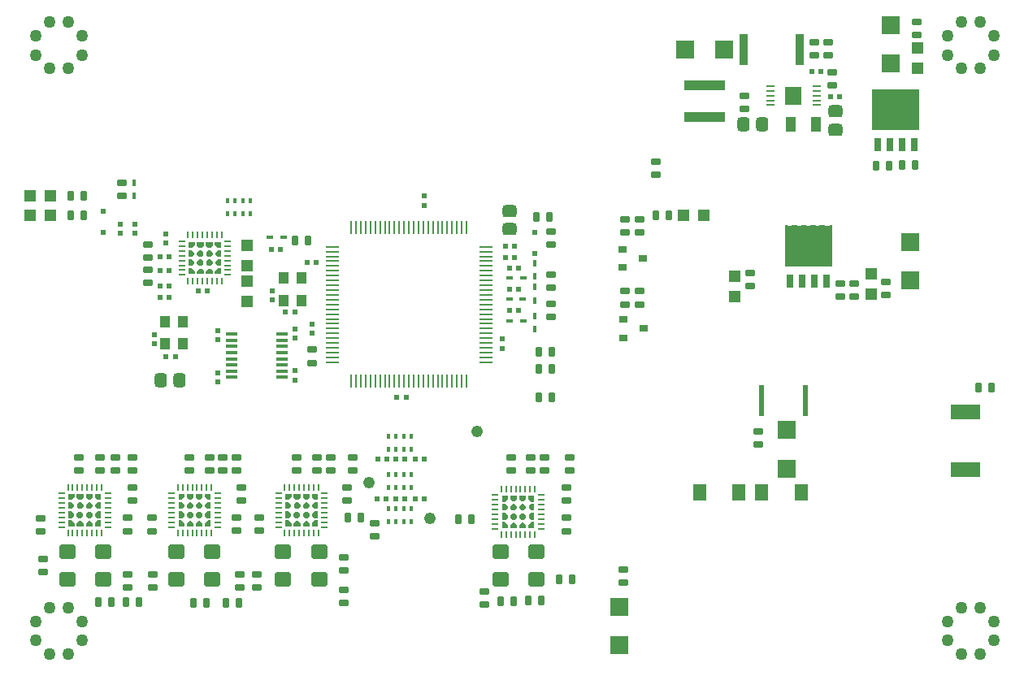
<source format=gtp>
%FSLAX24Y24*%
%MOIN*%
G70*
G01*
G75*
G04 Layer_Color=8421504*
%ADD10C,0.0650*%
%ADD11R,0.0600X0.0120*%
%ADD12R,0.0120X0.0600*%
G04:AMPARAMS|DCode=13|XSize=11mil|YSize=31.5mil|CornerRadius=4.4mil|HoleSize=0mil|Usage=FLASHONLY|Rotation=180.000|XOffset=0mil|YOffset=0mil|HoleType=Round|Shape=RoundedRectangle|*
%AMROUNDEDRECTD13*
21,1,0.0110,0.0227,0,0,180.0*
21,1,0.0022,0.0315,0,0,180.0*
1,1,0.0088,-0.0011,0.0113*
1,1,0.0088,0.0011,0.0113*
1,1,0.0088,0.0011,-0.0113*
1,1,0.0088,-0.0011,-0.0113*
%
%ADD13ROUNDEDRECTD13*%
G04:AMPARAMS|DCode=14|XSize=11mil|YSize=31.5mil|CornerRadius=4.4mil|HoleSize=0mil|Usage=FLASHONLY|Rotation=270.000|XOffset=0mil|YOffset=0mil|HoleType=Round|Shape=RoundedRectangle|*
%AMROUNDEDRECTD14*
21,1,0.0110,0.0227,0,0,270.0*
21,1,0.0022,0.0315,0,0,270.0*
1,1,0.0088,-0.0113,-0.0011*
1,1,0.0088,-0.0113,0.0011*
1,1,0.0088,0.0113,0.0011*
1,1,0.0088,0.0113,-0.0011*
%
%ADD14ROUNDEDRECTD14*%
%ADD15R,0.1370X0.1370*%
%ADD16R,0.1370X0.1370*%
%ADD17R,0.0236X0.1319*%
G04:AMPARAMS|DCode=18|XSize=40mil|YSize=40mil|CornerRadius=20mil|HoleSize=0mil|Usage=FLASHONLY|Rotation=0.000|XOffset=0mil|YOffset=0mil|HoleType=Round|Shape=RoundedRectangle|*
%AMROUNDEDRECTD18*
21,1,0.0400,0.0000,0,0,0.0*
21,1,0.0000,0.0400,0,0,0.0*
1,1,0.0400,0.0000,0.0000*
1,1,0.0400,0.0000,0.0000*
1,1,0.0400,0.0000,0.0000*
1,1,0.0400,0.0000,0.0000*
%
%ADD18ROUNDEDRECTD18*%
%ADD19R,0.0480X0.0480*%
%ADD20R,0.0480X0.0480*%
%ADD21R,0.0420X0.0520*%
%ADD22R,0.0354X0.1299*%
%ADD23R,0.0240X0.0240*%
%ADD24R,0.1260X0.0630*%
%ADD25R,0.0402X0.0118*%
%ADD26R,0.0681X0.0748*%
%ADD27R,0.0360X0.0320*%
%ADD28R,0.1970X0.1700*%
%ADD29R,0.0280X0.0560*%
%ADD30R,0.0280X0.0200*%
%ADD31R,0.0200X0.0280*%
%ADD32R,0.0790X0.0790*%
%ADD33R,0.0790X0.0790*%
%ADD34R,0.0500X0.0150*%
G04:AMPARAMS|DCode=35|XSize=63mil|YSize=71mil|CornerRadius=15.8mil|HoleSize=0mil|Usage=FLASHONLY|Rotation=270.000|XOffset=0mil|YOffset=0mil|HoleType=Round|Shape=RoundedRectangle|*
%AMROUNDEDRECTD35*
21,1,0.0630,0.0395,0,0,270.0*
21,1,0.0315,0.0710,0,0,270.0*
1,1,0.0315,-0.0198,-0.0158*
1,1,0.0315,-0.0198,0.0158*
1,1,0.0315,0.0198,0.0158*
1,1,0.0315,0.0198,-0.0158*
%
%ADD35ROUNDEDRECTD35*%
G04:AMPARAMS|DCode=36|XSize=29.1mil|YSize=39.4mil|CornerRadius=5.8mil|HoleSize=0mil|Usage=FLASHONLY|Rotation=90.000|XOffset=0mil|YOffset=0mil|HoleType=Round|Shape=RoundedRectangle|*
%AMROUNDEDRECTD36*
21,1,0.0291,0.0277,0,0,90.0*
21,1,0.0175,0.0394,0,0,90.0*
1,1,0.0117,0.0139,0.0087*
1,1,0.0117,0.0139,-0.0087*
1,1,0.0117,-0.0139,-0.0087*
1,1,0.0117,-0.0139,0.0087*
%
%ADD36ROUNDEDRECTD36*%
G04:AMPARAMS|DCode=37|XSize=29.1mil|YSize=39.4mil|CornerRadius=5.8mil|HoleSize=0mil|Usage=FLASHONLY|Rotation=180.000|XOffset=0mil|YOffset=0mil|HoleType=Round|Shape=RoundedRectangle|*
%AMROUNDEDRECTD37*
21,1,0.0291,0.0277,0,0,180.0*
21,1,0.0175,0.0394,0,0,180.0*
1,1,0.0117,-0.0087,0.0139*
1,1,0.0117,0.0087,0.0139*
1,1,0.0117,0.0087,-0.0139*
1,1,0.0117,-0.0087,-0.0139*
%
%ADD37ROUNDEDRECTD37*%
G04:AMPARAMS|DCode=38|XSize=22mil|YSize=24mil|CornerRadius=4.4mil|HoleSize=0mil|Usage=FLASHONLY|Rotation=0.000|XOffset=0mil|YOffset=0mil|HoleType=Round|Shape=RoundedRectangle|*
%AMROUNDEDRECTD38*
21,1,0.0220,0.0152,0,0,0.0*
21,1,0.0132,0.0240,0,0,0.0*
1,1,0.0088,0.0066,-0.0076*
1,1,0.0088,-0.0066,-0.0076*
1,1,0.0088,-0.0066,0.0076*
1,1,0.0088,0.0066,0.0076*
%
%ADD38ROUNDEDRECTD38*%
G04:AMPARAMS|DCode=39|XSize=22mil|YSize=24mil|CornerRadius=4.4mil|HoleSize=0mil|Usage=FLASHONLY|Rotation=270.000|XOffset=0mil|YOffset=0mil|HoleType=Round|Shape=RoundedRectangle|*
%AMROUNDEDRECTD39*
21,1,0.0220,0.0152,0,0,270.0*
21,1,0.0132,0.0240,0,0,270.0*
1,1,0.0088,-0.0076,-0.0066*
1,1,0.0088,-0.0076,0.0066*
1,1,0.0088,0.0076,0.0066*
1,1,0.0088,0.0076,-0.0066*
%
%ADD39ROUNDEDRECTD39*%
%ADD40R,0.0543X0.0709*%
%ADD41R,0.0200X0.0260*%
%ADD42R,0.0433X0.0669*%
G04:AMPARAMS|DCode=43|XSize=52mil|YSize=60mil|CornerRadius=13mil|HoleSize=0mil|Usage=FLASHONLY|Rotation=180.000|XOffset=0mil|YOffset=0mil|HoleType=Round|Shape=RoundedRectangle|*
%AMROUNDEDRECTD43*
21,1,0.0520,0.0340,0,0,180.0*
21,1,0.0260,0.0600,0,0,180.0*
1,1,0.0260,-0.0130,0.0170*
1,1,0.0260,0.0130,0.0170*
1,1,0.0260,0.0130,-0.0170*
1,1,0.0260,-0.0130,-0.0170*
%
%ADD43ROUNDEDRECTD43*%
G04:AMPARAMS|DCode=44|XSize=52mil|YSize=60mil|CornerRadius=13mil|HoleSize=0mil|Usage=FLASHONLY|Rotation=270.000|XOffset=0mil|YOffset=0mil|HoleType=Round|Shape=RoundedRectangle|*
%AMROUNDEDRECTD44*
21,1,0.0520,0.0340,0,0,270.0*
21,1,0.0260,0.0600,0,0,270.0*
1,1,0.0260,-0.0170,-0.0130*
1,1,0.0260,-0.0170,0.0130*
1,1,0.0260,0.0170,0.0130*
1,1,0.0260,0.0170,-0.0130*
%
%ADD44ROUNDEDRECTD44*%
%ADD45R,0.1673X0.0465*%
%ADD46C,0.0600*%
G04:AMPARAMS|DCode=47|XSize=50mil|YSize=50mil|CornerRadius=25mil|HoleSize=0mil|Usage=FLASHONLY|Rotation=90.000|XOffset=0mil|YOffset=0mil|HoleType=Round|Shape=RoundedRectangle|*
%AMROUNDEDRECTD47*
21,1,0.0500,0.0000,0,0,90.0*
21,1,0.0000,0.0500,0,0,90.0*
1,1,0.0500,0.0000,0.0000*
1,1,0.0500,0.0000,0.0000*
1,1,0.0500,0.0000,0.0000*
1,1,0.0500,0.0000,0.0000*
%
%ADD47ROUNDEDRECTD47*%
%ADD48C,0.0500*%
%ADD49C,0.0240*%
%ADD50C,0.0080*%
%ADD51C,0.0200*%
%ADD52C,0.0100*%
%ADD53C,0.0070*%
%ADD54C,0.0320*%
%ADD55C,0.0120*%
%ADD56C,0.0600*%
%ADD57C,0.0400*%
%ADD58C,0.0250*%
%ADD59C,0.0160*%
%ADD60R,0.1299X0.1063*%
%ADD61R,0.1575X0.0984*%
%ADD62R,0.1929X0.1457*%
%ADD63R,0.0551X0.0472*%
%ADD64O,0.0540X0.0360*%
%ADD65C,0.0360*%
%ADD66O,0.0600X0.1200*%
%ADD67P,0.0758X8X292.5*%
%ADD68C,0.1000*%
%ADD69O,0.1200X0.0600*%
%ADD70O,0.1024X0.0591*%
%ADD71C,0.0591*%
%ADD72R,0.0591X0.0591*%
%ADD73C,0.1305*%
%ADD74C,0.0540*%
%ADD75O,0.1650X0.0825*%
%ADD76O,0.0825X0.1650*%
%ADD77P,0.0909X8X112.5*%
%ADD78C,0.0840*%
%ADD79P,0.0909X8X22.5*%
G04:AMPARAMS|DCode=80|XSize=133.9mil|YSize=200mil|CornerRadius=0mil|HoleSize=0mil|Usage=FLASHONLY|Rotation=270.000|XOffset=0mil|YOffset=0mil|HoleType=Round|Shape=Octagon|*
%AMOCTAGOND80*
4,1,8,0.1000,0.0335,0.1000,-0.0335,0.0665,-0.0669,-0.0665,-0.0669,-0.1000,-0.0335,-0.1000,0.0335,-0.0665,0.0669,0.0665,0.0669,0.1000,0.0335,0.0*
%
%ADD80OCTAGOND80*%

G04:AMPARAMS|DCode=81|XSize=140mil|YSize=200mil|CornerRadius=0mil|HoleSize=0mil|Usage=FLASHONLY|Rotation=270.000|XOffset=0mil|YOffset=0mil|HoleType=Round|Shape=Octagon|*
%AMOCTAGOND81*
4,1,8,0.1000,0.0350,0.1000,-0.0350,0.0650,-0.0700,-0.0650,-0.0700,-0.1000,-0.0350,-0.1000,0.0350,-0.0650,0.0700,0.0650,0.0700,0.1000,0.0350,0.0*
%
%ADD81OCTAGOND81*%

%ADD82P,0.0671X8X22.5*%
%ADD83C,0.0800*%
%ADD84C,0.0300*%
%ADD85C,0.0500*%
%ADD86C,0.0400*%
%ADD87C,0.0320*%
%ADD88C,0.0460*%
G04:AMPARAMS|DCode=89|XSize=82mil|YSize=82mil|CornerRadius=0mil|HoleSize=0mil|Usage=FLASHONLY|Rotation=0.000|XOffset=0mil|YOffset=0mil|HoleType=Round|Shape=Relief|Width=10mil|Gap=10mil|Entries=4|*
%AMTHD89*
7,0,0,0.0820,0.0620,0.0100,45*
%
%ADD89THD89*%
%ADD90C,0.0640*%
G04:AMPARAMS|DCode=91|XSize=100mil|YSize=100mil|CornerRadius=0mil|HoleSize=0mil|Usage=FLASHONLY|Rotation=0.000|XOffset=0mil|YOffset=0mil|HoleType=Round|Shape=Relief|Width=10mil|Gap=10mil|Entries=4|*
%AMTHD91*
7,0,0,0.1000,0.0800,0.0100,45*
%
%ADD91THD91*%
%ADD92C,0.0830*%
%ADD93C,0.0594*%
G04:AMPARAMS|DCode=94|XSize=95.433mil|YSize=95.433mil|CornerRadius=0mil|HoleSize=0mil|Usage=FLASHONLY|Rotation=0.000|XOffset=0mil|YOffset=0mil|HoleType=Round|Shape=Relief|Width=10mil|Gap=10mil|Entries=4|*
%AMTHD94*
7,0,0,0.0954,0.0754,0.0100,45*
%
%ADD94THD94*%
%ADD95C,0.1110*%
G04:AMPARAMS|DCode=96|XSize=98mil|YSize=98mil|CornerRadius=0mil|HoleSize=0mil|Usage=FLASHONLY|Rotation=0.000|XOffset=0mil|YOffset=0mil|HoleType=Round|Shape=Relief|Width=10mil|Gap=10mil|Entries=4|*
%AMTHD96*
7,0,0,0.0980,0.0780,0.0100,45*
%
%ADD96THD96*%
%ADD97C,0.0620*%
%ADD98C,0.0790*%
G04:AMPARAMS|DCode=99|XSize=115mil|YSize=115mil|CornerRadius=0mil|HoleSize=0mil|Usage=FLASHONLY|Rotation=0.000|XOffset=0mil|YOffset=0mil|HoleType=Round|Shape=Relief|Width=10mil|Gap=10mil|Entries=4|*
%AMTHD99*
7,0,0,0.1150,0.0950,0.0100,45*
%
%ADD99THD99*%
%ADD100C,0.1240*%
%ADD101C,0.0390*%
%ADD102C,0.1421*%
%ADD103C,0.0520*%
%ADD104C,0.1400*%
%ADD105C,0.0800*%
%ADD106C,0.1040*%
%ADD107C,0.1300*%
%ADD108R,0.4094X0.4331*%
%ADD109R,0.3425X0.4284*%
%ADD110R,0.3583X0.4284*%
%ADD111R,0.3622X0.4331*%
G04:AMPARAMS|DCode=112|XSize=46mil|YSize=63mil|CornerRadius=11.5mil|HoleSize=0mil|Usage=FLASHONLY|Rotation=270.000|XOffset=0mil|YOffset=0mil|HoleType=Round|Shape=RoundedRectangle|*
%AMROUNDEDRECTD112*
21,1,0.0460,0.0400,0,0,270.0*
21,1,0.0230,0.0630,0,0,270.0*
1,1,0.0230,-0.0200,-0.0115*
1,1,0.0230,-0.0200,0.0115*
1,1,0.0230,0.0200,0.0115*
1,1,0.0230,0.0200,-0.0115*
%
%ADD112ROUNDEDRECTD112*%
G04:AMPARAMS|DCode=113|XSize=50mil|YSize=50mil|CornerRadius=25mil|HoleSize=0mil|Usage=FLASHONLY|Rotation=0.000|XOffset=0mil|YOffset=0mil|HoleType=Round|Shape=RoundedRectangle|*
%AMROUNDEDRECTD113*
21,1,0.0500,0.0000,0,0,0.0*
21,1,0.0000,0.0500,0,0,0.0*
1,1,0.0500,0.0000,0.0000*
1,1,0.0500,0.0000,0.0000*
1,1,0.0500,0.0000,0.0000*
1,1,0.0500,0.0000,0.0000*
%
%ADD113ROUNDEDRECTD113*%
%ADD114C,0.0098*%
%ADD115C,0.0050*%
%ADD116C,0.0000*%
%ADD117C,0.0060*%
%ADD118C,0.0079*%
%ADD119C,0.0040*%
%ADD120R,0.0120X0.0059*%
%ADD121R,0.0120X0.0060*%
%ADD122R,0.0120X0.0119*%
%ADD123R,0.0059X0.0120*%
%ADD124R,0.0060X0.0120*%
%ADD125R,0.0119X0.0120*%
%ADD126R,0.2450X0.0492*%
%ADD127R,0.0879X0.0295*%
%ADD128R,0.0295X0.0879*%
%ADD129R,0.0580X0.0100*%
%ADD130R,0.0100X0.0580*%
G04:AMPARAMS|DCode=131|XSize=9mil|YSize=29.5mil|CornerRadius=3.4mil|HoleSize=0mil|Usage=FLASHONLY|Rotation=180.000|XOffset=0mil|YOffset=0mil|HoleType=Round|Shape=RoundedRectangle|*
%AMROUNDEDRECTD131*
21,1,0.0090,0.0227,0,0,180.0*
21,1,0.0022,0.0295,0,0,180.0*
1,1,0.0068,-0.0011,0.0113*
1,1,0.0068,0.0011,0.0113*
1,1,0.0068,0.0011,-0.0113*
1,1,0.0068,-0.0011,-0.0113*
%
%ADD131ROUNDEDRECTD131*%
G04:AMPARAMS|DCode=132|XSize=9mil|YSize=29.5mil|CornerRadius=3.4mil|HoleSize=0mil|Usage=FLASHONLY|Rotation=270.000|XOffset=0mil|YOffset=0mil|HoleType=Round|Shape=RoundedRectangle|*
%AMROUNDEDRECTD132*
21,1,0.0090,0.0227,0,0,270.0*
21,1,0.0022,0.0295,0,0,270.0*
1,1,0.0068,-0.0113,-0.0011*
1,1,0.0068,-0.0113,0.0011*
1,1,0.0068,0.0113,0.0011*
1,1,0.0068,0.0113,-0.0011*
%
%ADD132ROUNDEDRECTD132*%
%ADD133R,0.0216X0.1299*%
%ADD134R,0.0460X0.0460*%
%ADD135R,0.0460X0.0460*%
%ADD136R,0.0400X0.0500*%
%ADD137R,0.0334X0.1279*%
%ADD138R,0.0220X0.0220*%
%ADD139R,0.1240X0.0610*%
%ADD140R,0.0382X0.0098*%
%ADD141R,0.0661X0.0728*%
%ADD142R,0.0340X0.0300*%
%ADD143R,0.1950X0.1680*%
%ADD144R,0.0260X0.0540*%
%ADD145R,0.0260X0.0180*%
%ADD146R,0.0180X0.0260*%
%ADD147R,0.0770X0.0770*%
%ADD148R,0.0770X0.0770*%
%ADD149R,0.0480X0.0130*%
G04:AMPARAMS|DCode=150|XSize=61mil|YSize=69mil|CornerRadius=14.8mil|HoleSize=0mil|Usage=FLASHONLY|Rotation=270.000|XOffset=0mil|YOffset=0mil|HoleType=Round|Shape=RoundedRectangle|*
%AMROUNDEDRECTD150*
21,1,0.0610,0.0395,0,0,270.0*
21,1,0.0315,0.0690,0,0,270.0*
1,1,0.0295,-0.0198,-0.0158*
1,1,0.0295,-0.0198,0.0158*
1,1,0.0295,0.0198,0.0158*
1,1,0.0295,0.0198,-0.0158*
%
%ADD150ROUNDEDRECTD150*%
G04:AMPARAMS|DCode=151|XSize=27.1mil|YSize=37.4mil|CornerRadius=4.8mil|HoleSize=0mil|Usage=FLASHONLY|Rotation=90.000|XOffset=0mil|YOffset=0mil|HoleType=Round|Shape=RoundedRectangle|*
%AMROUNDEDRECTD151*
21,1,0.0271,0.0277,0,0,90.0*
21,1,0.0175,0.0374,0,0,90.0*
1,1,0.0097,0.0139,0.0087*
1,1,0.0097,0.0139,-0.0087*
1,1,0.0097,-0.0139,-0.0087*
1,1,0.0097,-0.0139,0.0087*
%
%ADD151ROUNDEDRECTD151*%
G04:AMPARAMS|DCode=152|XSize=27.1mil|YSize=37.4mil|CornerRadius=4.8mil|HoleSize=0mil|Usage=FLASHONLY|Rotation=180.000|XOffset=0mil|YOffset=0mil|HoleType=Round|Shape=RoundedRectangle|*
%AMROUNDEDRECTD152*
21,1,0.0271,0.0277,0,0,180.0*
21,1,0.0175,0.0374,0,0,180.0*
1,1,0.0097,-0.0087,0.0139*
1,1,0.0097,0.0087,0.0139*
1,1,0.0097,0.0087,-0.0139*
1,1,0.0097,-0.0087,-0.0139*
%
%ADD152ROUNDEDRECTD152*%
G04:AMPARAMS|DCode=153|XSize=20mil|YSize=22mil|CornerRadius=3.4mil|HoleSize=0mil|Usage=FLASHONLY|Rotation=0.000|XOffset=0mil|YOffset=0mil|HoleType=Round|Shape=RoundedRectangle|*
%AMROUNDEDRECTD153*
21,1,0.0200,0.0152,0,0,0.0*
21,1,0.0132,0.0220,0,0,0.0*
1,1,0.0068,0.0066,-0.0076*
1,1,0.0068,-0.0066,-0.0076*
1,1,0.0068,-0.0066,0.0076*
1,1,0.0068,0.0066,0.0076*
%
%ADD153ROUNDEDRECTD153*%
G04:AMPARAMS|DCode=154|XSize=20mil|YSize=22mil|CornerRadius=3.4mil|HoleSize=0mil|Usage=FLASHONLY|Rotation=270.000|XOffset=0mil|YOffset=0mil|HoleType=Round|Shape=RoundedRectangle|*
%AMROUNDEDRECTD154*
21,1,0.0200,0.0152,0,0,270.0*
21,1,0.0132,0.0220,0,0,270.0*
1,1,0.0068,-0.0076,-0.0066*
1,1,0.0068,-0.0076,0.0066*
1,1,0.0068,0.0076,0.0066*
1,1,0.0068,0.0076,-0.0066*
%
%ADD154ROUNDEDRECTD154*%
%ADD155R,0.0523X0.0689*%
%ADD156R,0.0180X0.0240*%
%ADD157R,0.0413X0.0649*%
G04:AMPARAMS|DCode=158|XSize=50mil|YSize=58mil|CornerRadius=12mil|HoleSize=0mil|Usage=FLASHONLY|Rotation=180.000|XOffset=0mil|YOffset=0mil|HoleType=Round|Shape=RoundedRectangle|*
%AMROUNDEDRECTD158*
21,1,0.0500,0.0340,0,0,180.0*
21,1,0.0260,0.0580,0,0,180.0*
1,1,0.0240,-0.0130,0.0170*
1,1,0.0240,0.0130,0.0170*
1,1,0.0240,0.0130,-0.0170*
1,1,0.0240,-0.0130,-0.0170*
%
%ADD158ROUNDEDRECTD158*%
G04:AMPARAMS|DCode=159|XSize=50mil|YSize=58mil|CornerRadius=12mil|HoleSize=0mil|Usage=FLASHONLY|Rotation=270.000|XOffset=0mil|YOffset=0mil|HoleType=Round|Shape=RoundedRectangle|*
%AMROUNDEDRECTD159*
21,1,0.0500,0.0340,0,0,270.0*
21,1,0.0260,0.0580,0,0,270.0*
1,1,0.0240,-0.0170,-0.0130*
1,1,0.0240,-0.0170,0.0130*
1,1,0.0240,0.0170,0.0130*
1,1,0.0240,0.0170,-0.0130*
%
%ADD159ROUNDEDRECTD159*%
%ADD160R,0.1653X0.0445*%
G04:AMPARAMS|DCode=161|XSize=48mil|YSize=48mil|CornerRadius=24mil|HoleSize=0mil|Usage=FLASHONLY|Rotation=90.000|XOffset=0mil|YOffset=0mil|HoleType=Round|Shape=RoundedRectangle|*
%AMROUNDEDRECTD161*
21,1,0.0480,0.0000,0,0,90.0*
21,1,0.0000,0.0480,0,0,90.0*
1,1,0.0480,0.0000,0.0000*
1,1,0.0480,0.0000,0.0000*
1,1,0.0480,0.0000,0.0000*
1,1,0.0480,0.0000,0.0000*
%
%ADD161ROUNDEDRECTD161*%
G36*
X31309Y16740D02*
X31180D01*
X31083Y16839D01*
Y16921D01*
X31176Y17016D01*
X31309D01*
Y16740D01*
D02*
G37*
G36*
X30217Y16917D02*
Y16835D01*
X30123Y16740D01*
X29990D01*
Y17016D01*
X30119D01*
X30217Y16917D01*
D02*
G37*
G36*
X22429Y16435D02*
X22300D01*
X22202Y16534D01*
Y16616D01*
X22296Y16711D01*
X22429D01*
Y16435D01*
D02*
G37*
G36*
X12441Y16986D02*
Y16904D01*
X12348Y16809D01*
X12215D01*
Y17085D01*
X12343D01*
X12441Y16986D01*
D02*
G37*
G36*
X30974Y16918D02*
Y16839D01*
X30886Y16750D01*
X30787D01*
X30709Y16829D01*
Y16927D01*
X30797Y17016D01*
X30876D01*
X30974Y16918D01*
D02*
G37*
G36*
X30600D02*
Y16839D01*
X30512Y16750D01*
X30413D01*
X30335Y16829D01*
Y16927D01*
X30423Y17016D01*
X30502D01*
X30600Y16918D01*
D02*
G37*
G36*
X18043Y16435D02*
X17914D01*
X17816Y16534D01*
Y16616D01*
X17909Y16711D01*
X18043D01*
Y16435D01*
D02*
G37*
G36*
X17698Y16622D02*
Y16524D01*
X17609Y16435D01*
X17531D01*
X17432Y16534D01*
Y16612D01*
X17521Y16701D01*
X17619D01*
X17698Y16622D01*
D02*
G37*
G36*
X17324D02*
Y16524D01*
X17235Y16435D01*
X17157D01*
X17058Y16534D01*
Y16612D01*
X17147Y16701D01*
X17245D01*
X17324Y16622D01*
D02*
G37*
G36*
X22084D02*
Y16524D01*
X21996Y16435D01*
X21917D01*
X21818Y16534D01*
Y16612D01*
X21907Y16701D01*
X22006D01*
X22084Y16622D01*
D02*
G37*
G36*
X21710D02*
Y16524D01*
X21622Y16435D01*
X21543D01*
X21444Y16534D01*
Y16612D01*
X21533Y16701D01*
X21632D01*
X21710Y16622D01*
D02*
G37*
G36*
X21336Y16612D02*
Y16530D01*
X21243Y16435D01*
X21110D01*
Y16711D01*
X21239D01*
X21336Y16612D01*
D02*
G37*
G36*
X13533Y16809D02*
X13405D01*
X13307Y16908D01*
Y16990D01*
X13400Y17085D01*
X13533D01*
Y16809D01*
D02*
G37*
G36*
X21720Y16986D02*
Y16908D01*
X21632Y16819D01*
X21533D01*
X21454Y16898D01*
Y16996D01*
X21543Y17085D01*
X21622D01*
X21720Y16986D01*
D02*
G37*
G36*
X17708D02*
Y16908D01*
X17619Y16819D01*
X17521D01*
X17442Y16898D01*
Y16996D01*
X17531Y17085D01*
X17609D01*
X17708Y16986D01*
D02*
G37*
G36*
X17334D02*
Y16908D01*
X17245Y16819D01*
X17147D01*
X17068Y16898D01*
Y16996D01*
X17157Y17085D01*
X17235D01*
X17334Y16986D01*
D02*
G37*
G36*
X31309Y17105D02*
X31191D01*
X31063Y17233D01*
Y17351D01*
X31309D01*
Y17105D01*
D02*
G37*
G36*
X30236Y17233D02*
X30108Y17105D01*
X29990D01*
Y17351D01*
X30236D01*
Y17233D01*
D02*
G37*
G36*
X22094Y16986D02*
Y16908D01*
X22006Y16819D01*
X21907D01*
X21828Y16898D01*
Y16996D01*
X21917Y17085D01*
X21996D01*
X22094Y16986D01*
D02*
G37*
G36*
X21336Y16986D02*
Y16904D01*
X21243Y16809D01*
X21110D01*
Y17085D01*
X21239D01*
X21336Y16986D01*
D02*
G37*
G36*
X18043Y16809D02*
X17914D01*
X17816Y16908D01*
Y16990D01*
X17909Y17085D01*
X18043D01*
Y16809D01*
D02*
G37*
G36*
X16950Y16986D02*
Y16904D01*
X16857Y16809D01*
X16724D01*
Y17085D01*
X16853D01*
X16950Y16986D01*
D02*
G37*
G36*
X13199Y16986D02*
Y16908D01*
X13110Y16819D01*
X13012D01*
X12933Y16898D01*
Y16996D01*
X13022Y17085D01*
X13100D01*
X13199Y16986D01*
D02*
G37*
G36*
X12825D02*
Y16908D01*
X12736Y16819D01*
X12638D01*
X12559Y16898D01*
Y16996D01*
X12648Y17085D01*
X12726D01*
X12825Y16986D01*
D02*
G37*
G36*
X22429Y16809D02*
X22300D01*
X22202Y16908D01*
Y16990D01*
X22296Y17085D01*
X22429D01*
Y16809D01*
D02*
G37*
G36*
X16970Y16219D02*
Y16101D01*
X16724D01*
Y16347D01*
X16842D01*
X16970Y16219D01*
D02*
G37*
G36*
X13533Y16101D02*
X13287D01*
Y16219D01*
X13415Y16347D01*
X13533D01*
Y16101D01*
D02*
G37*
G36*
X13199Y16234D02*
Y16101D01*
X12923D01*
Y16230D01*
X13022Y16327D01*
X13104D01*
X13199Y16234D01*
D02*
G37*
G36*
X18043Y16101D02*
X17796D01*
Y16219D01*
X17924Y16347D01*
X18043D01*
Y16101D01*
D02*
G37*
G36*
X17708Y16234D02*
Y16101D01*
X17432D01*
Y16230D01*
X17531Y16327D01*
X17613D01*
X17708Y16234D01*
D02*
G37*
G36*
X17334Y16238D02*
Y16101D01*
X17058D01*
Y16229D01*
X17157Y16327D01*
X17245D01*
X17334Y16238D01*
D02*
G37*
G36*
X30974Y16165D02*
Y16032D01*
X30699D01*
Y16161D01*
X30798Y16258D01*
X30880D01*
X30974Y16165D01*
D02*
G37*
G36*
X30600Y16170D02*
Y16032D01*
X30325D01*
Y16160D01*
X30423Y16258D01*
X30512D01*
X30600Y16170D01*
D02*
G37*
G36*
X30236Y16150D02*
Y16032D01*
X29990D01*
Y16278D01*
X30108D01*
X30236Y16150D01*
D02*
G37*
G36*
X12825Y16238D02*
Y16101D01*
X12549D01*
Y16229D01*
X12648Y16327D01*
X12736D01*
X12825Y16238D01*
D02*
G37*
G36*
X12461Y16219D02*
Y16101D01*
X12215D01*
Y16347D01*
X12333D01*
X12461Y16219D01*
D02*
G37*
G36*
X31309Y16032D02*
X31063D01*
Y16150D01*
X31191Y16278D01*
X31309D01*
Y16032D01*
D02*
G37*
G36*
X21356Y16219D02*
Y16101D01*
X21110D01*
Y16347D01*
X21228D01*
X21356Y16219D01*
D02*
G37*
G36*
X12815Y16622D02*
Y16524D01*
X12726Y16435D01*
X12648D01*
X12549Y16534D01*
Y16612D01*
X12638Y16701D01*
X12736D01*
X12815Y16622D01*
D02*
G37*
G36*
X12441Y16612D02*
Y16530D01*
X12348Y16435D01*
X12215D01*
Y16711D01*
X12343D01*
X12441Y16612D01*
D02*
G37*
G36*
X31309Y16366D02*
X31180D01*
X31083Y16465D01*
Y16547D01*
X31176Y16642D01*
X31309D01*
Y16366D01*
D02*
G37*
G36*
X16950Y16612D02*
Y16530D01*
X16857Y16435D01*
X16724D01*
Y16711D01*
X16853D01*
X16950Y16612D01*
D02*
G37*
G36*
X13533Y16435D02*
X13405D01*
X13307Y16534D01*
Y16616D01*
X13400Y16711D01*
X13533D01*
Y16435D01*
D02*
G37*
G36*
X13189Y16622D02*
Y16524D01*
X13100Y16435D01*
X13022D01*
X12923Y16534D01*
Y16612D01*
X13012Y16701D01*
X13110D01*
X13189Y16622D01*
D02*
G37*
G36*
X22429Y16101D02*
X22183D01*
Y16219D01*
X22311Y16347D01*
X22429D01*
Y16101D01*
D02*
G37*
G36*
X22094Y16234D02*
Y16101D01*
X21818D01*
Y16230D01*
X21918Y16327D01*
X21999D01*
X22094Y16234D01*
D02*
G37*
G36*
X21720Y16238D02*
Y16101D01*
X21444D01*
Y16229D01*
X21543Y16327D01*
X21632D01*
X21720Y16238D01*
D02*
G37*
G36*
X30965Y16553D02*
Y16455D01*
X30876Y16366D01*
X30797D01*
X30699Y16465D01*
Y16544D01*
X30787Y16632D01*
X30886D01*
X30965Y16553D01*
D02*
G37*
G36*
X30591D02*
Y16455D01*
X30502Y16366D01*
X30423D01*
X30325Y16465D01*
Y16544D01*
X30413Y16632D01*
X30512D01*
X30591Y16553D01*
D02*
G37*
G36*
X30217Y16543D02*
Y16461D01*
X30123Y16366D01*
X29990D01*
Y16642D01*
X30119D01*
X30217Y16543D01*
D02*
G37*
G36*
X18125Y27631D02*
X18026Y27533D01*
X17944D01*
X17849Y27626D01*
Y27759D01*
X18125D01*
Y27631D01*
D02*
G37*
G36*
X17751D02*
X17652Y27533D01*
X17570D01*
X17475Y27626D01*
Y27759D01*
X17751D01*
Y27631D01*
D02*
G37*
G36*
X18459Y27513D02*
X18341D01*
X18213Y27641D01*
Y27759D01*
X18459D01*
Y27513D01*
D02*
G37*
G36*
X42102Y28195D02*
X42067Y28165D01*
X41917D01*
X41878Y28205D01*
Y28445D01*
X42102D01*
Y28195D01*
D02*
G37*
G36*
X43529Y27925D02*
X43429D01*
Y28445D01*
X43529D01*
Y27925D01*
D02*
G37*
G36*
X41709D02*
X41598D01*
Y28445D01*
X41709D01*
Y27925D01*
D02*
G37*
G36*
X18125Y27326D02*
Y27248D01*
X18026Y27149D01*
X17948D01*
X17859Y27238D01*
Y27336D01*
X17938Y27415D01*
X18036D01*
X18125Y27326D01*
D02*
G37*
G36*
X17367Y27326D02*
Y27238D01*
X17278Y27149D01*
X17141D01*
Y27425D01*
X17269D01*
X17367Y27326D01*
D02*
G37*
G36*
X43159Y26787D02*
X43029D01*
Y26835D01*
X43069Y26878D01*
X43159D01*
Y26787D01*
D02*
G37*
G36*
X17387Y27641D02*
X17259Y27513D01*
X17141D01*
Y27759D01*
X17387D01*
Y27641D01*
D02*
G37*
G36*
X17741Y27336D02*
Y27238D01*
X17662Y27159D01*
X17564D01*
X17475Y27248D01*
Y27326D01*
X17574Y27425D01*
X17652D01*
X17741Y27336D01*
D02*
G37*
G36*
X18459Y27149D02*
X18331D01*
X18233Y27248D01*
Y27330D01*
X18326Y27425D01*
X18459D01*
Y27149D01*
D02*
G37*
G36*
X42480Y28195D02*
X42445Y28165D01*
X42295D01*
X42256Y28205D01*
Y28445D01*
X42480D01*
Y28195D01*
D02*
G37*
G36*
X45685Y33786D02*
X45650Y33756D01*
X45500D01*
X45461Y33796D01*
Y34036D01*
X45685D01*
Y33786D01*
D02*
G37*
G36*
X47112Y33516D02*
X47012D01*
Y34036D01*
X47112D01*
Y33516D01*
D02*
G37*
G36*
X45291D02*
X45181D01*
Y34036D01*
X45291D01*
Y33516D01*
D02*
G37*
G36*
X46812Y33796D02*
X46782Y33756D01*
X46632D01*
X46592Y33796D01*
Y34036D01*
X46812D01*
Y33796D01*
D02*
G37*
G36*
X46442D02*
X46402Y33756D01*
X46262D01*
X46222Y33796D01*
Y34036D01*
X46442D01*
Y33796D01*
D02*
G37*
G36*
X46063Y33786D02*
X46028Y33756D01*
X45878D01*
X45839Y33796D01*
Y34036D01*
X46063D01*
Y33786D01*
D02*
G37*
G36*
X45689Y32425D02*
Y32378D01*
X45547D01*
Y32469D01*
X45646D01*
X45689Y32425D01*
D02*
G37*
G36*
X43229Y28205D02*
X43199Y28165D01*
X43049D01*
X43009Y28205D01*
Y28445D01*
X43229D01*
Y28205D01*
D02*
G37*
G36*
X42859D02*
X42819Y28165D01*
X42679D01*
X42639Y28205D01*
Y28445D01*
X42859D01*
Y28205D01*
D02*
G37*
G36*
X46742Y32378D02*
X46612D01*
Y32425D01*
X46652Y32469D01*
X46742D01*
Y32378D01*
D02*
G37*
G36*
X46442Y32429D02*
Y32378D01*
X46232D01*
Y32429D01*
X46272Y32465D01*
X46412D01*
X46442Y32429D01*
D02*
G37*
G36*
X46063D02*
Y32378D01*
X45850D01*
Y32429D01*
X45886Y32465D01*
X46028D01*
X46063Y32429D01*
D02*
G37*
G36*
X12825Y17291D02*
X12726Y17193D01*
X12644D01*
X12549Y17286D01*
Y17420D01*
X12825D01*
Y17291D01*
D02*
G37*
G36*
X22429Y17173D02*
X22311D01*
X22183Y17301D01*
Y17420D01*
X22429D01*
Y17173D01*
D02*
G37*
G36*
X21356Y17301D02*
X21228Y17173D01*
X21110D01*
Y17420D01*
X21356D01*
Y17301D01*
D02*
G37*
G36*
X17708Y17292D02*
X17609Y17193D01*
X17521D01*
X17432Y17282D01*
Y17420D01*
X17708D01*
Y17292D01*
D02*
G37*
G36*
X17334Y17291D02*
X17235Y17193D01*
X17153D01*
X17058Y17286D01*
Y17420D01*
X17334D01*
Y17291D01*
D02*
G37*
G36*
X13199Y17292D02*
X13100Y17193D01*
X13012D01*
X12923Y17282D01*
Y17420D01*
X13199D01*
Y17292D01*
D02*
G37*
G36*
X12461Y17301D02*
X12333Y17173D01*
X12215D01*
Y17420D01*
X12461D01*
Y17301D01*
D02*
G37*
G36*
X30974Y17223D02*
X30876Y17124D01*
X30787D01*
X30699Y17213D01*
Y17351D01*
X30974D01*
Y17223D01*
D02*
G37*
G36*
X30600Y17222D02*
X30501Y17124D01*
X30420D01*
X30325Y17218D01*
Y17351D01*
X30600D01*
Y17222D01*
D02*
G37*
G36*
X18043Y17173D02*
X17924D01*
X17796Y17301D01*
Y17420D01*
X18043D01*
Y17173D01*
D02*
G37*
G36*
X16970Y17301D02*
X16842Y17173D01*
X16724D01*
Y17420D01*
X16970D01*
Y17301D01*
D02*
G37*
G36*
X13533Y17173D02*
X13415D01*
X13287Y17301D01*
Y17420D01*
X13533D01*
Y17173D01*
D02*
G37*
G36*
X21720Y17291D02*
X21621Y17193D01*
X21539D01*
X21444Y17286D01*
Y17420D01*
X21720D01*
Y17291D01*
D02*
G37*
G36*
X17741Y26962D02*
Y26864D01*
X17662Y26785D01*
X17564D01*
X17475Y26874D01*
Y26952D01*
X17574Y27051D01*
X17652D01*
X17741Y26962D01*
D02*
G37*
G36*
X18459Y26775D02*
X18331D01*
X18233Y26874D01*
Y26962D01*
X18322Y27051D01*
X18459D01*
Y26775D01*
D02*
G37*
G36*
X18125Y26952D02*
Y26874D01*
X18026Y26775D01*
X17948D01*
X17859Y26864D01*
Y26962D01*
X17938Y27041D01*
X18036D01*
X18125Y26952D01*
D02*
G37*
G36*
X42859Y26839D02*
Y26787D01*
X42649D01*
Y26839D01*
X42689Y26874D01*
X42829D01*
X42859Y26839D01*
D02*
G37*
G36*
X42480D02*
Y26787D01*
X42268D01*
Y26839D01*
X42303Y26874D01*
X42445D01*
X42480Y26839D01*
D02*
G37*
G36*
X42106Y26835D02*
Y26787D01*
X41965D01*
Y26878D01*
X42063D01*
X42106Y26835D01*
D02*
G37*
G36*
X17751Y26574D02*
Y26441D01*
X17475D01*
Y26569D01*
X17574Y26667D01*
X17656D01*
X17751Y26574D01*
D02*
G37*
G36*
X17387Y26559D02*
Y26441D01*
X17141D01*
Y26687D01*
X17259D01*
X17387Y26559D01*
D02*
G37*
G36*
X22094Y17292D02*
X21996Y17193D01*
X21907D01*
X21818Y17282D01*
Y17420D01*
X22094D01*
Y17292D01*
D02*
G37*
G36*
X17367Y26952D02*
Y26870D01*
X17274Y26775D01*
X17141D01*
Y27051D01*
X17269D01*
X17367Y26952D01*
D02*
G37*
G36*
X18459Y26441D02*
X18213D01*
Y26559D01*
X18341Y26687D01*
X18459D01*
Y26441D01*
D02*
G37*
G36*
X18125Y26574D02*
Y26441D01*
X17849D01*
Y26569D01*
X17948Y26667D01*
X18030D01*
X18125Y26574D01*
D02*
G37*
D85*
X49606Y34882D02*
D03*
X48819D02*
D03*
X48268Y35433D02*
D03*
Y36220D02*
D03*
X48819Y36772D02*
D03*
X49606D02*
D03*
X50157Y36220D02*
D03*
Y35433D02*
D03*
X12756D02*
D03*
Y36220D02*
D03*
X12205Y36772D02*
D03*
X11417D02*
D03*
X10866Y36220D02*
D03*
Y35433D02*
D03*
X11417Y34882D02*
D03*
X12205D02*
D03*
Y10866D02*
D03*
X11417D02*
D03*
X10866Y11417D02*
D03*
Y12205D02*
D03*
X11417Y12756D02*
D03*
X12205D02*
D03*
X12756Y12205D02*
D03*
Y11417D02*
D03*
X50157D02*
D03*
Y12205D02*
D03*
X49606Y12756D02*
D03*
X48819D02*
D03*
X48268Y12205D02*
D03*
Y11417D02*
D03*
X48819Y10866D02*
D03*
X49606D02*
D03*
D129*
X29318Y27562D02*
D03*
Y27365D02*
D03*
Y27169D02*
D03*
Y26972D02*
D03*
Y26775D02*
D03*
Y26578D02*
D03*
Y26381D02*
D03*
Y26184D02*
D03*
Y25987D02*
D03*
Y25791D02*
D03*
Y25594D02*
D03*
Y25397D02*
D03*
Y25200D02*
D03*
Y25000D02*
D03*
Y24800D02*
D03*
Y24600D02*
D03*
Y24410D02*
D03*
Y24210D02*
D03*
Y24010D02*
D03*
Y23820D02*
D03*
Y23620D02*
D03*
Y23420D02*
D03*
Y23230D02*
D03*
Y23030D02*
D03*
Y22830D02*
D03*
X23018D02*
D03*
Y23030D02*
D03*
Y23230D02*
D03*
Y23420D02*
D03*
Y23620D02*
D03*
Y23820D02*
D03*
Y24010D02*
D03*
Y24210D02*
D03*
Y24410D02*
D03*
Y24600D02*
D03*
Y24800D02*
D03*
Y25000D02*
D03*
Y25200D02*
D03*
Y25397D02*
D03*
Y25594D02*
D03*
Y25791D02*
D03*
Y25987D02*
D03*
Y26184D02*
D03*
Y26381D02*
D03*
Y26578D02*
D03*
Y26775D02*
D03*
Y26972D02*
D03*
Y27169D02*
D03*
Y27365D02*
D03*
Y27562D02*
D03*
D130*
X28538Y22050D02*
D03*
X28338D02*
D03*
X28138D02*
D03*
X27948D02*
D03*
X27748D02*
D03*
X27548D02*
D03*
X27358D02*
D03*
X27158D02*
D03*
X26958D02*
D03*
X26768D02*
D03*
X26568D02*
D03*
X26368D02*
D03*
X26168D02*
D03*
X25971D02*
D03*
X25774D02*
D03*
X25577D02*
D03*
X25380D02*
D03*
X25184D02*
D03*
X24987D02*
D03*
X24790D02*
D03*
X24593D02*
D03*
X24396D02*
D03*
X24199D02*
D03*
X24003D02*
D03*
X23806D02*
D03*
Y28350D02*
D03*
X24003D02*
D03*
X24199D02*
D03*
X24396D02*
D03*
X24593D02*
D03*
X24790D02*
D03*
X24987D02*
D03*
X25184D02*
D03*
X25380D02*
D03*
X25577D02*
D03*
X25774D02*
D03*
X25971D02*
D03*
X26168D02*
D03*
X26368D02*
D03*
X26568D02*
D03*
X26768D02*
D03*
X26958D02*
D03*
X27158D02*
D03*
X27358D02*
D03*
X27548D02*
D03*
X27748D02*
D03*
X27948D02*
D03*
X28138D02*
D03*
X28338D02*
D03*
X28538D02*
D03*
D131*
X17110Y26155D02*
D03*
X17300D02*
D03*
X17500D02*
D03*
X17700D02*
D03*
X17898D02*
D03*
X18095D02*
D03*
X18292D02*
D03*
X18489D02*
D03*
Y28050D02*
D03*
X18292D02*
D03*
X18095D02*
D03*
X17898D02*
D03*
X17700D02*
D03*
X17500D02*
D03*
X17300D02*
D03*
X17110D02*
D03*
X13563Y17705D02*
D03*
X13366D02*
D03*
X13169D02*
D03*
X12972D02*
D03*
X12774D02*
D03*
X12574D02*
D03*
X12374D02*
D03*
X12184D02*
D03*
Y15810D02*
D03*
X12374D02*
D03*
X12574D02*
D03*
X12774D02*
D03*
X12972D02*
D03*
X13169D02*
D03*
X13366D02*
D03*
X13563D02*
D03*
X18072Y17705D02*
D03*
X17875D02*
D03*
X17678D02*
D03*
X17481D02*
D03*
X17283D02*
D03*
X17083D02*
D03*
X16883D02*
D03*
X16693D02*
D03*
Y15810D02*
D03*
X16883D02*
D03*
X17083D02*
D03*
X17283D02*
D03*
X17481D02*
D03*
X17678D02*
D03*
X17875D02*
D03*
X18072D02*
D03*
X22458Y17705D02*
D03*
X22261D02*
D03*
X22065D02*
D03*
X21868D02*
D03*
X21669D02*
D03*
X21469D02*
D03*
X21269D02*
D03*
X21079D02*
D03*
Y15810D02*
D03*
X21269D02*
D03*
X21469D02*
D03*
X21669D02*
D03*
X21868D02*
D03*
X22065D02*
D03*
X22261D02*
D03*
X22458D02*
D03*
X31339Y17636D02*
D03*
X31142D02*
D03*
X30945D02*
D03*
X30748D02*
D03*
X30550D02*
D03*
X30350D02*
D03*
X30150D02*
D03*
X29960D02*
D03*
Y15741D02*
D03*
X30150D02*
D03*
X30350D02*
D03*
X30550D02*
D03*
X30748D02*
D03*
X30945D02*
D03*
X31142D02*
D03*
X31339D02*
D03*
D132*
X18745Y26411D02*
D03*
Y26608D02*
D03*
Y26805D02*
D03*
Y27002D02*
D03*
Y27200D02*
D03*
Y27400D02*
D03*
Y27600D02*
D03*
Y27790D02*
D03*
X16850D02*
D03*
Y27600D02*
D03*
Y27400D02*
D03*
Y27200D02*
D03*
Y27002D02*
D03*
Y26805D02*
D03*
Y26608D02*
D03*
Y26411D02*
D03*
X13819Y16070D02*
D03*
Y16260D02*
D03*
Y16460D02*
D03*
Y16660D02*
D03*
Y16859D02*
D03*
Y17055D02*
D03*
Y17252D02*
D03*
Y17449D02*
D03*
X11924D02*
D03*
Y17252D02*
D03*
Y17055D02*
D03*
Y16859D02*
D03*
Y16660D02*
D03*
Y16460D02*
D03*
Y16260D02*
D03*
Y16070D02*
D03*
X18328D02*
D03*
Y16260D02*
D03*
Y16460D02*
D03*
Y16660D02*
D03*
Y16859D02*
D03*
Y17055D02*
D03*
Y17252D02*
D03*
Y17449D02*
D03*
X16433D02*
D03*
Y17252D02*
D03*
Y17055D02*
D03*
Y16859D02*
D03*
Y16660D02*
D03*
Y16460D02*
D03*
Y16260D02*
D03*
Y16070D02*
D03*
X22714D02*
D03*
Y16260D02*
D03*
Y16460D02*
D03*
Y16660D02*
D03*
Y16859D02*
D03*
Y17055D02*
D03*
Y17252D02*
D03*
Y17449D02*
D03*
X20819D02*
D03*
Y17252D02*
D03*
Y17055D02*
D03*
Y16859D02*
D03*
Y16660D02*
D03*
Y16460D02*
D03*
Y16260D02*
D03*
Y16070D02*
D03*
X31594Y16001D02*
D03*
Y16191D02*
D03*
Y16391D02*
D03*
Y16591D02*
D03*
Y16790D02*
D03*
Y16986D02*
D03*
Y17183D02*
D03*
Y17380D02*
D03*
X29700D02*
D03*
Y17183D02*
D03*
Y16986D02*
D03*
Y16790D02*
D03*
Y16591D02*
D03*
Y16391D02*
D03*
Y16191D02*
D03*
Y16001D02*
D03*
D133*
X42421Y21250D02*
D03*
X40630D02*
D03*
D134*
X10630Y28850D02*
D03*
X11463D02*
D03*
X10630Y29650D02*
D03*
X11463D02*
D03*
X38255Y28858D02*
D03*
X37421D02*
D03*
D135*
X19518Y26158D02*
D03*
Y25325D02*
D03*
X19528Y26775D02*
D03*
Y27608D02*
D03*
X47047Y34895D02*
D03*
Y35728D02*
D03*
X45118Y26444D02*
D03*
Y25610D02*
D03*
X39528Y25525D02*
D03*
Y26358D02*
D03*
D136*
X16175Y24494D02*
D03*
Y23581D02*
D03*
X16910D02*
D03*
Y24494D02*
D03*
X21766Y25367D02*
D03*
Y26280D02*
D03*
X21031D02*
D03*
Y25367D02*
D03*
D137*
X42211Y35650D02*
D03*
X39889D02*
D03*
D138*
X13642Y29026D02*
D03*
Y28153D02*
D03*
X31339Y27283D02*
D03*
Y28157D02*
D03*
D139*
X49016Y20787D02*
D03*
Y18416D02*
D03*
D140*
X42892Y33372D02*
D03*
Y33569D02*
D03*
Y33766D02*
D03*
Y33963D02*
D03*
Y34159D02*
D03*
X41002Y33372D02*
D03*
Y33569D02*
D03*
Y33766D02*
D03*
Y33963D02*
D03*
Y34159D02*
D03*
D141*
X41947Y33766D02*
D03*
D142*
X34921Y27461D02*
D03*
Y26707D02*
D03*
X35755Y27087D02*
D03*
X34970Y24587D02*
D03*
Y23833D02*
D03*
X35804Y24213D02*
D03*
D143*
X46142Y33196D02*
D03*
X42559Y27605D02*
D03*
D144*
X46892Y31752D02*
D03*
X46392D02*
D03*
X45892D02*
D03*
X45392D02*
D03*
X43309Y26161D02*
D03*
X42809D02*
D03*
X42309D02*
D03*
X41809D02*
D03*
D145*
X30315Y26299D02*
D03*
X30866D02*
D03*
X30285Y25433D02*
D03*
X30837D02*
D03*
X21024Y27953D02*
D03*
X20472D02*
D03*
X30315Y24528D02*
D03*
X30866D02*
D03*
D146*
X31339Y26890D02*
D03*
Y26339D02*
D03*
Y25354D02*
D03*
Y25906D02*
D03*
X14892Y30197D02*
D03*
Y29646D02*
D03*
X31339Y24724D02*
D03*
Y24173D02*
D03*
D147*
X45945Y36654D02*
D03*
Y35076D02*
D03*
X46732Y26181D02*
D03*
Y27759D02*
D03*
X34800Y12787D02*
D03*
Y11210D02*
D03*
X41654Y20039D02*
D03*
Y18462D02*
D03*
D148*
X37513Y35650D02*
D03*
X39090D02*
D03*
D149*
X20951Y23975D02*
D03*
Y23725D02*
D03*
X18898Y22220D02*
D03*
X20951Y22470D02*
D03*
X18898D02*
D03*
Y22970D02*
D03*
X20951Y22220D02*
D03*
X18898Y22720D02*
D03*
X20951D02*
D03*
Y22970D02*
D03*
Y23475D02*
D03*
X18898Y23225D02*
D03*
Y23475D02*
D03*
Y23975D02*
D03*
X20951Y23225D02*
D03*
X18898Y23725D02*
D03*
D150*
X13632Y13938D02*
D03*
Y15058D02*
D03*
X12175Y13938D02*
D03*
Y15058D02*
D03*
X18091Y13938D02*
D03*
Y15058D02*
D03*
X16644Y13938D02*
D03*
Y15058D02*
D03*
X22490Y13938D02*
D03*
Y15058D02*
D03*
X21004Y13938D02*
D03*
Y15058D02*
D03*
X31398Y13938D02*
D03*
Y15058D02*
D03*
X29921Y13938D02*
D03*
Y15058D02*
D03*
D151*
X15450Y26618D02*
D03*
Y26082D02*
D03*
X15450Y27132D02*
D03*
Y27668D02*
D03*
X32008Y28181D02*
D03*
Y27646D02*
D03*
X47008Y36803D02*
D03*
Y36268D02*
D03*
X14390Y30199D02*
D03*
Y29663D02*
D03*
X43858Y26055D02*
D03*
Y25520D02*
D03*
X44449Y26055D02*
D03*
Y25520D02*
D03*
X45748Y26134D02*
D03*
Y25598D02*
D03*
X19095Y18394D02*
D03*
Y18929D02*
D03*
X14843Y18384D02*
D03*
Y18919D02*
D03*
X23858Y18386D02*
D03*
Y18921D02*
D03*
X32776Y18386D02*
D03*
Y18921D02*
D03*
X35039Y28157D02*
D03*
Y28693D02*
D03*
X35630Y28157D02*
D03*
Y28693D02*
D03*
X22205Y23339D02*
D03*
Y22803D02*
D03*
X32008Y26409D02*
D03*
Y25874D02*
D03*
Y25228D02*
D03*
Y24693D02*
D03*
X40157Y26488D02*
D03*
Y25953D02*
D03*
X35039Y25205D02*
D03*
Y25740D02*
D03*
X35630Y25205D02*
D03*
Y25740D02*
D03*
X43540Y34728D02*
D03*
Y34192D02*
D03*
X42805Y35434D02*
D03*
Y35969D02*
D03*
X43376D02*
D03*
Y35434D02*
D03*
X14121Y18921D02*
D03*
Y18386D02*
D03*
X14843Y17163D02*
D03*
Y17699D02*
D03*
X14636Y16439D02*
D03*
Y15904D02*
D03*
X13494Y18921D02*
D03*
Y18386D02*
D03*
X18543Y18929D02*
D03*
Y18394D02*
D03*
X19291Y17163D02*
D03*
Y17699D02*
D03*
X19094Y16449D02*
D03*
Y15913D02*
D03*
X17992Y18929D02*
D03*
Y18394D02*
D03*
X22982Y18919D02*
D03*
Y18384D02*
D03*
X23622Y17163D02*
D03*
Y17699D02*
D03*
X22411Y18919D02*
D03*
Y18384D02*
D03*
X31722Y18921D02*
D03*
Y18386D02*
D03*
X32618Y17163D02*
D03*
Y17699D02*
D03*
Y16439D02*
D03*
Y15904D02*
D03*
X31152Y18921D02*
D03*
Y18386D02*
D03*
X30350Y18382D02*
D03*
Y18918D02*
D03*
X21550Y18382D02*
D03*
Y18918D02*
D03*
X17150Y18382D02*
D03*
Y18918D02*
D03*
X12648Y18394D02*
D03*
Y18929D02*
D03*
X40512Y19992D02*
D03*
Y19457D02*
D03*
X11072Y16430D02*
D03*
Y15895D02*
D03*
X15630Y16439D02*
D03*
Y15904D02*
D03*
X20039Y16449D02*
D03*
Y15913D02*
D03*
X34961Y13787D02*
D03*
Y14323D02*
D03*
X36300Y31068D02*
D03*
Y30532D02*
D03*
X39930Y33222D02*
D03*
Y33758D02*
D03*
X29260Y12872D02*
D03*
Y13408D02*
D03*
X19930Y14138D02*
D03*
Y13602D02*
D03*
X23490Y13498D02*
D03*
Y12962D02*
D03*
X23500Y14838D02*
D03*
Y14302D02*
D03*
X24750Y16208D02*
D03*
Y15672D02*
D03*
X11180Y14748D02*
D03*
Y14212D02*
D03*
X15650Y14138D02*
D03*
Y13602D02*
D03*
X14640Y14138D02*
D03*
Y13602D02*
D03*
X19220Y14138D02*
D03*
Y13602D02*
D03*
D152*
X12312Y29650D02*
D03*
X12848D02*
D03*
X12312Y28850D02*
D03*
X12848D02*
D03*
X31494Y23258D02*
D03*
X32030D02*
D03*
X46921Y30906D02*
D03*
X46386D02*
D03*
X45323Y30905D02*
D03*
X45858D02*
D03*
X21504Y27835D02*
D03*
X22039D02*
D03*
X36307Y28858D02*
D03*
X36842D02*
D03*
X31921Y28780D02*
D03*
X31386D02*
D03*
X31494Y22559D02*
D03*
X32030D02*
D03*
Y21378D02*
D03*
X31494D02*
D03*
X23669Y16457D02*
D03*
X24205D02*
D03*
X49535Y21772D02*
D03*
X50071D02*
D03*
X28732Y16378D02*
D03*
X28197D02*
D03*
X13958Y13000D02*
D03*
X13422D02*
D03*
X29942Y13030D02*
D03*
X30478D02*
D03*
X31608Y13040D02*
D03*
X31072D02*
D03*
X32868Y13930D02*
D03*
X32332D02*
D03*
X17878Y12960D02*
D03*
X17342D02*
D03*
X15085Y13000D02*
D03*
X14550D02*
D03*
X18680Y12960D02*
D03*
X19215D02*
D03*
D153*
X15961Y26600D02*
D03*
X16340D02*
D03*
X15961Y27150D02*
D03*
X16340D02*
D03*
X43451Y33710D02*
D03*
X43830D02*
D03*
X30128Y27106D02*
D03*
X30505D02*
D03*
X22372Y26909D02*
D03*
X21995D02*
D03*
X25679Y21378D02*
D03*
X26056D02*
D03*
X20896Y27441D02*
D03*
X20519D02*
D03*
X16337Y25500D02*
D03*
X15960D02*
D03*
X16337Y25950D02*
D03*
X15960D02*
D03*
X16585Y23071D02*
D03*
X16208D02*
D03*
X17904Y25758D02*
D03*
X17527D02*
D03*
X21486Y24872D02*
D03*
X21109D02*
D03*
X30285Y26693D02*
D03*
X30662D02*
D03*
X30285Y25827D02*
D03*
X30662D02*
D03*
X30128Y27598D02*
D03*
X30505D02*
D03*
X26417Y18848D02*
D03*
X26794D02*
D03*
X26417Y17215D02*
D03*
X26794D02*
D03*
X26014Y18858D02*
D03*
X25637D02*
D03*
X26014Y17224D02*
D03*
X25637D02*
D03*
X25266Y18858D02*
D03*
X24889D02*
D03*
X25236Y17224D02*
D03*
X24859D02*
D03*
X30285Y24961D02*
D03*
X30662D02*
D03*
X43067Y34760D02*
D03*
X42690D02*
D03*
D154*
X14945Y28489D02*
D03*
Y28110D02*
D03*
X30000Y23396D02*
D03*
Y23773D02*
D03*
X22215Y24006D02*
D03*
Y24383D02*
D03*
X16200Y27713D02*
D03*
Y28090D02*
D03*
X15718Y23967D02*
D03*
Y23590D02*
D03*
X20561Y25768D02*
D03*
Y25391D02*
D03*
X26811Y29262D02*
D03*
Y29639D02*
D03*
X18337Y22028D02*
D03*
Y22405D02*
D03*
X21516Y22096D02*
D03*
Y22473D02*
D03*
X21506Y24183D02*
D03*
Y23806D02*
D03*
X18327Y24124D02*
D03*
Y23747D02*
D03*
X14345Y28113D02*
D03*
Y28490D02*
D03*
D155*
X42268Y17480D02*
D03*
X40646D02*
D03*
X38087D02*
D03*
X39709D02*
D03*
D156*
X19675Y29459D02*
D03*
X19360D02*
D03*
X19043D02*
D03*
X18723D02*
D03*
Y28923D02*
D03*
X19043D02*
D03*
X19360D02*
D03*
X19675D02*
D03*
X26270Y19783D02*
D03*
X25955D02*
D03*
X25637D02*
D03*
X25317D02*
D03*
Y19248D02*
D03*
X25637D02*
D03*
X25955D02*
D03*
X26270D02*
D03*
Y18228D02*
D03*
X25955D02*
D03*
X25637D02*
D03*
X25317D02*
D03*
Y17693D02*
D03*
X25637D02*
D03*
X25955D02*
D03*
X26270D02*
D03*
Y16831D02*
D03*
X25955D02*
D03*
X25637D02*
D03*
X25317D02*
D03*
Y16295D02*
D03*
X25637D02*
D03*
X25955D02*
D03*
X26270D02*
D03*
D157*
X41828Y32590D02*
D03*
X42872D02*
D03*
D158*
X15998Y22096D02*
D03*
X16752D02*
D03*
X40660Y32600D02*
D03*
X39906D02*
D03*
D159*
X30315Y28281D02*
D03*
Y29035D02*
D03*
X43650Y32360D02*
D03*
Y33114D02*
D03*
D160*
X38300Y34202D02*
D03*
Y32898D02*
D03*
D161*
X28957Y19990D02*
D03*
X27028Y16437D02*
D03*
X24547Y17874D02*
D03*
M02*

</source>
